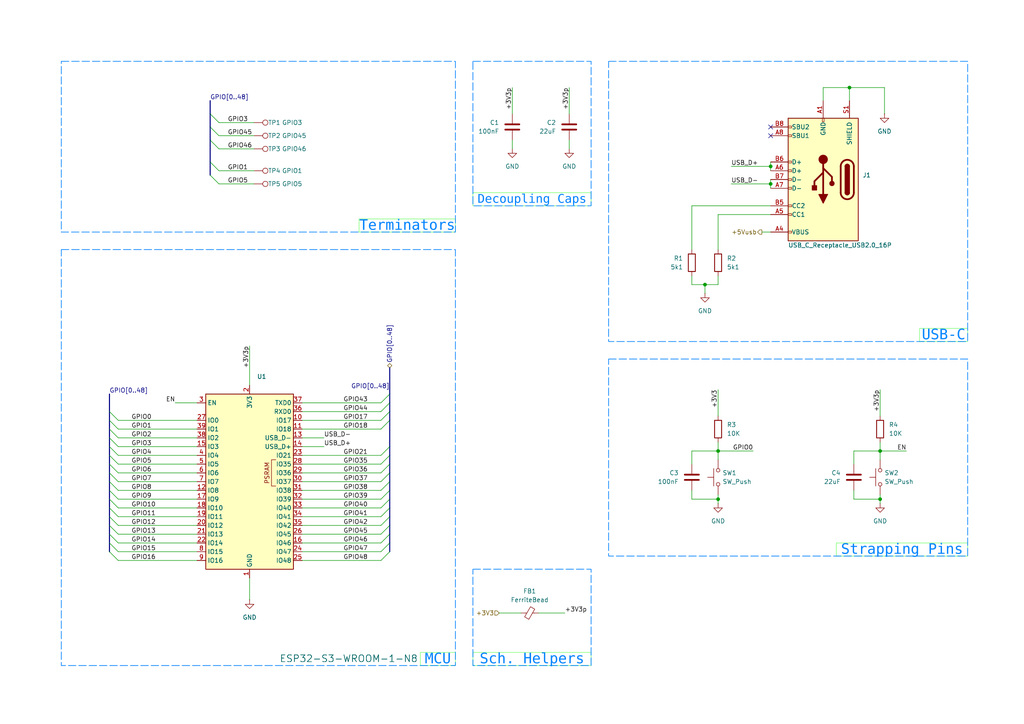
<source format=kicad_sch>
(kicad_sch (version 20250114) (generator "eeschema") (generator_version "9.0")
  (paper "A4")
  (title_block (title "Open-ESPilot"))
  (lib_symbols
    (symbol "Connector:TestPoint" (pin_numbers (hide yes)) (pin_names (offset 0.762) (hide yes))
      (property "Reference" "TP" (at 0 6.858 0))
      (property "Value" "TestPoint" (at 0 5.08 0))
      (symbol "TestPoint_0_1"
        (circle (center 0 3.302) (radius 0.762))
      )
      (symbol "TestPoint_1_1"
        (pin passive line (at 0 0 90) (length 2.54) (name "1") (number "1"))
      )
    )
    (symbol "Connector:USB_C_Receptacle_USB2.0_16P" (pin_names (offset 1.016))
      (property "Reference" "J" (at 0 22.225 0))
      (property "Value" "USB_C_Receptacle_USB2.0_16P" (at 0 19.685 0))
      (symbol "USB_C_Receptacle_USB2.0_16P_0_0"
        (rectangle (start -0.254 -17.78) (end 0.254 -16.764))
        (rectangle (start 10.16 15.494) (end 9.144 14.986))
        (rectangle (start 10.16 10.414) (end 9.144 9.906))
        (rectangle (start 10.16 7.874) (end 9.144 7.366))
        (rectangle (start 10.16 2.794) (end 9.144 2.286))
        (rectangle (start 10.16 0.254) (end 9.144 -0.254))
        (rectangle (start 10.16 -2.286) (end 9.144 -2.794))
        (rectangle (start 10.16 -4.826) (end 9.144 -5.334))
        (rectangle (start 10.16 -12.446) (end 9.144 -12.954))
        (rectangle (start 10.16 -14.986) (end 9.144 -15.494))
      )
      (symbol "USB_C_Receptacle_USB2.0_16P_0_1"
        (rectangle (start -10.16 17.78) (end 10.16 -17.78) (stroke (width 0.254)) (fill (type background)))
        (polyline (pts (xy -8.89 -3.81) (xy -8.89 3.81)) (stroke (width 0.508)))
        (rectangle (start -7.62 -3.81) (end -6.35 3.81) (stroke (width 0.254)) (fill (type outline)))
        (arc (start -7.62 3.81) (mid -6.985 4.4423) (end -6.35 3.81) (stroke (width 0.254)))
        (arc (start -7.62 3.81) (mid -6.985 4.4423) (end -6.35 3.81) (stroke (width 0.254)) (fill (type outline)))
        (arc (start -8.89 3.81) (mid -6.985 5.7067) (end -5.08 3.81) (stroke (width 0.508)))
        (arc (start -5.08 -3.81) (mid -6.985 -5.7067) (end -8.89 -3.81) (stroke (width 0.508)))
        (arc (start -6.35 -3.81) (mid -6.985 -4.4423) (end -7.62 -3.81) (stroke (width 0.254)))
        (arc (start -6.35 -3.81) (mid -6.985 -4.4423) (end -7.62 -3.81) (stroke (width 0.254)) (fill (type outline)))
        (polyline (pts (xy -5.08 3.81) (xy -5.08 -3.81)) (stroke (width 0.508)))
        (circle (center -2.54 1.143) (radius 0.635) (stroke (width 0.254)) (fill (type outline)))
        (polyline (pts (xy -1.27 4.318) (xy 0 6.858) (xy 1.27 4.318) (xy -1.27 4.318)) (stroke (width 0.254)) (fill (type outline)))
        (polyline (pts (xy 0 -2.032) (xy 2.54 0.508) (xy 2.54 1.778)) (stroke (width 0.508)))
        (polyline (pts (xy 0 -3.302) (xy -2.54 -0.762) (xy -2.54 0.508)) (stroke (width 0.508)))
        (polyline (pts (xy 0 -5.842) (xy 0 4.318)) (stroke (width 0.508)))
        (circle (center 0 -5.842) (radius 1.27) (fill (type outline)))
        (rectangle (start 1.905 1.778) (end 3.175 3.048) (stroke (width 0.254)) (fill (type outline)))
      )
      (symbol "USB_C_Receptacle_USB2.0_16P_1_1"
        (pin passive line (at -7.62 -22.86 90) (length 5.08) (name "SHIELD") (number "S1"))
        (pin passive line (at 0 -22.86 90) (length 5.08) (name "GND") (number "A1"))
        (pin passive line (at 0 -22.86 90) (length 5.08) (hide yes) (name "GND") (number "A12"))
        (pin passive line (at 0 -22.86 90) (length 5.08) (hide yes) (name "GND") (number "B1"))
        (pin passive line (at 0 -22.86 90) (length 5.08) (hide yes) (name "GND") (number "B12"))
        (pin passive line (at 15.24 15.24 180) (length 5.08) (name "VBUS") (number "A4"))
        (pin passive line (at 15.24 15.24 180) (length 5.08) (hide yes) (name "VBUS") (number "A9"))
        (pin passive line (at 15.24 15.24 180) (length 5.08) (hide yes) (name "VBUS") (number "B4"))
        (pin passive line (at 15.24 15.24 180) (length 5.08) (hide yes) (name "VBUS") (number "B9"))
        (pin bidirectional line (at 15.24 10.16 180) (length 5.08) (name "CC1") (number "A5"))
        (pin bidirectional line (at 15.24 7.62 180) (length 5.08) (name "CC2") (number "B5"))
        (pin bidirectional line (at 15.24 2.54 180) (length 5.08) (name "D-") (number "A7"))
        (pin bidirectional line (at 15.24 0 180) (length 5.08) (name "D-") (number "B7"))
        (pin bidirectional line (at 15.24 -2.54 180) (length 5.08) (name "D+") (number "A6"))
        (pin bidirectional line (at 15.24 -5.08 180) (length 5.08) (name "D+") (number "B6"))
        (pin bidirectional line (at 15.24 -12.7 180) (length 5.08) (name "SBU1") (number "A8"))
        (pin bidirectional line (at 15.24 -15.24 180) (length 5.08) (name "SBU2") (number "B8"))
      )
    )
    (symbol "Device:C" (pin_numbers (hide yes)) (pin_names (offset 0.254))
      (property "Reference" "C" (at 0.635 2.54 0))
      (property "Value" "C" (at 0.635 -2.54 0))
      (symbol "C_0_1"
        (polyline (pts (xy -2.032 0.762) (xy 2.032 0.762)) (stroke (width 0.508)))
        (polyline (pts (xy -2.032 -0.762) (xy 2.032 -0.762)) (stroke (width 0.508)))
      )
      (symbol "C_1_1"
        (pin passive line (at 0 3.81 270) (length 2.794) (name "~") (number "1"))
        (pin passive line (at 0 -3.81 90) (length 2.794) (name "~") (number "2"))
      )
    )
    (symbol "Device:FerriteBead_Small" (pin_numbers (hide yes)) (pin_names (offset 0))
      (property "Reference" "FB" (at 1.905 1.27 0))
      (property "Value" "FerriteBead_Small" (at 1.905 -1.27 0))
      (symbol "FerriteBead_Small_0_1"
        (polyline (pts (xy -1.8288 0.2794) (xy -1.1176 1.4986) (xy 1.8288 -0.2032) (xy 1.1176 -1.4224) (xy -1.8288 0.2794)))
        (polyline (pts (xy 0 0.889) (xy 0 1.2954)))
        (polyline (pts (xy 0 -1.27) (xy 0 -0.7874)))
      )
      (symbol "FerriteBead_Small_1_1"
        (pin passive line (at 0 2.54 270) (length 1.27) (name "~") (number "1"))
        (pin passive line (at 0 -2.54 90) (length 1.27) (name "~") (number "2"))
      )
    )
    (symbol "Device:R" (pin_numbers (hide yes)) (pin_names (offset 0))
      (property "Reference" "R" (at 2.032 0 90))
      (property "Value" "R" (at 0 0 90))
      (symbol "R_0_1"
        (rectangle (start -1.016 -2.54) (end 1.016 2.54) (stroke (width 0.254)))
      )
      (symbol "R_1_1"
        (pin passive line (at 0 3.81 270) (length 1.27) (name "~") (number "1"))
        (pin passive line (at 0 -3.81 90) (length 1.27) (name "~") (number "2"))
      )
    )
    (symbol "RF_Module:ESP32-S3-WROOM-1"
      (property "Reference" "U" (at -12.7 26.67 0))
      (property "Value" "ESP32-S3-WROOM-1" (at 12.7 26.67 0))
      (symbol "ESP32-S3-WROOM-1_0_0"
        (rectangle (start -12.7 25.4) (end 12.7 -25.4) (stroke (width 0.254)) (fill (type background)))
        (text "PSRAM" (at 5.08 2.54 900) (effects (font (size 1.27 1.27))))
      )
      (symbol "ESP32-S3-WROOM-1_0_1"
        (polyline (pts (xy 7.62 -1.27) (xy 6.35 -1.27) (xy 6.35 6.35) (xy 7.62 6.35)))
      )
      (symbol "ESP32-S3-WROOM-1_1_1"
        (pin input line (at -15.24 22.86 0) (length 2.54) (name "EN") (number "3"))
        (pin bidirectional line (at -15.24 17.78 0) (length 2.54) (name "IO0") (number "27"))
        (pin bidirectional line (at -15.24 15.24 0) (length 2.54) (name "IO1") (number "39"))
        (pin bidirectional line (at -15.24 12.7 0) (length 2.54) (name "IO2") (number "38"))
        (pin bidirectional line (at -15.24 10.16 0) (length 2.54) (name "IO3") (number "15"))
        (pin bidirectional line (at -15.24 7.62 0) (length 2.54) (name "IO4") (number "4"))
        (pin bidirectional line (at -15.24 5.08 0) (length 2.54) (name "IO5") (number "5"))
        (pin bidirectional line (at -15.24 2.54 0) (length 2.54) (name "IO6") (number "6"))
        (pin bidirectional line (at -15.24 0 0) (length 2.54) (name "IO7") (number "7"))
        (pin bidirectional line (at -15.24 -2.54 0) (length 2.54) (name "IO8") (number "12"))
        (pin bidirectional line (at -15.24 -5.08 0) (length 2.54) (name "IO9") (number "17"))
        (pin bidirectional line (at -15.24 -7.62 0) (length 2.54) (name "IO10") (number "18"))
        (pin bidirectional line (at -15.24 -10.16 0) (length 2.54) (name "IO11") (number "19"))
        (pin bidirectional line (at -15.24 -12.7 0) (length 2.54) (name "IO12") (number "20"))
        (pin bidirectional line (at -15.24 -15.24 0) (length 2.54) (name "IO13") (number "21"))
        (pin bidirectional line (at -15.24 -17.78 0) (length 2.54) (name "IO14") (number "22"))
        (pin bidirectional line (at -15.24 -20.32 0) (length 2.54) (name "IO15") (number "8"))
        (pin bidirectional line (at -15.24 -22.86 0) (length 2.54) (name "IO16") (number "9"))
        (pin power_in line (at 0 27.94 270) (length 2.54) (name "3V3") (number "2"))
        (pin power_in line (at 0 -27.94 90) (length 2.54) (name "GND") (number "1"))
        (pin passive line (at 0 -27.94 90) (length 2.54) (hide yes) (name "GND") (number "40"))
        (pin passive line (at 0 -27.94 90) (length 2.54) (hide yes) (name "GND") (number "41"))
        (pin bidirectional line (at 15.24 22.86 180) (length 2.54) (name "TXD0") (number "37"))
        (pin bidirectional line (at 15.24 20.32 180) (length 2.54) (name "RXD0") (number "36"))
        (pin bidirectional line (at 15.24 17.78 180) (length 2.54) (name "IO17") (number "10"))
        (pin bidirectional line (at 15.24 15.24 180) (length 2.54) (name "IO18") (number "11"))
        (pin bidirectional line (at 15.24 12.7 180) (length 2.54) (name "USB_D-") (number "13"))
        (pin bidirectional line (at 15.24 10.16 180) (length 2.54) (name "USB_D+") (number "14"))
        (pin bidirectional line (at 15.24 7.62 180) (length 2.54) (name "IO21") (number "23"))
        (pin bidirectional line (at 15.24 5.08 180) (length 2.54) (name "IO35") (number "28"))
        (pin bidirectional line (at 15.24 2.54 180) (length 2.54) (name "IO36") (number "29"))
        (pin bidirectional line (at 15.24 0 180) (length 2.54) (name "IO37") (number "30"))
        (pin bidirectional line (at 15.24 -2.54 180) (length 2.54) (name "IO38") (number "31"))
        (pin bidirectional line (at 15.24 -5.08 180) (length 2.54) (name "IO39") (number "32"))
        (pin bidirectional line (at 15.24 -7.62 180) (length 2.54) (name "IO40") (number "33"))
        (pin bidirectional line (at 15.24 -10.16 180) (length 2.54) (name "IO41") (number "34"))
        (pin bidirectional line (at 15.24 -12.7 180) (length 2.54) (name "IO42") (number "35"))
        (pin bidirectional line (at 15.24 -15.24 180) (length 2.54) (name "IO45") (number "26"))
        (pin bidirectional line (at 15.24 -17.78 180) (length 2.54) (name "IO46") (number "16"))
        (pin bidirectional line (at 15.24 -20.32 180) (length 2.54) (name "IO47") (number "24"))
        (pin bidirectional line (at 15.24 -22.86 180) (length 2.54) (name "IO48") (number "25"))
      )
    )
    (symbol "Switch:SW_Push" (pin_numbers (hide yes)) (pin_names (offset 1.016) (hide yes))
      (property "Reference" "SW" (at 1.27 2.54 0))
      (property "Value" "SW_Push" (at 0 -1.524 0))
      (symbol "SW_Push_0_1"
        (circle (center -2.032 0) (radius 0.508))
        (polyline (pts (xy 0 1.27) (xy 0 3.048)))
        (circle (center 2.032 0) (radius 0.508))
        (polyline (pts (xy 2.54 1.27) (xy -2.54 1.27)))
        (pin passive line (at -5.08 0 0) (length 2.54) (name "1") (number "1"))
        (pin passive line (at 5.08 0 180) (length 2.54) (name "2") (number "2"))
      )
    )
    (symbol "power:GND" (power) (pin_numbers (hide yes)) (pin_names (offset 0) (hide yes))
      (property "Value" "GND" (at 0 -3.81 0))
      (symbol "GND_0_1"
        (polyline (pts (xy 0 0) (xy 0 -1.27) (xy 1.27 -1.27) (xy 0 -2.54) (xy -1.27 -1.27) (xy 0 -1.27)))
      )
      (symbol "GND_1_1"
        (pin power_in line (at 0 0 270) (length 0) (name "~") (number "1"))
      )
    )
  )
  (rectangle (start 17.78 72.39) (end 132.08 193.04) (stroke (width 0.2) (type dash) (color 0 128 255 1)))
  (rectangle (start 17.78 17.78) (end 132.08 67.31) (stroke (width 0.2) (type dash) (color 0 128 255 1)))
  (rectangle (start 137.16 17.78) (end 171.45 59.69) (stroke (width 0.2) (type dash) (color 0 128 255 1)))
  (rectangle (start 176.53 17.78) (end 280.67 99.06) (stroke (width 0.2) (type dash) (color 0 128 255 1)))
  (rectangle (start 137.16 165.1) (end 171.45 193.04) (stroke (width 0.2) (type dash) (color 0 128 255 1)))
  (rectangle (start 176.53 104.14) (end 280.67 161.29) (stroke (width 0.2) (type dash) (color 0 128 255 1)))
  (text_box "USB-C" (at 266.7 95.25 0) (size 13.97 3.81) (margins 0.9525 0.9525 0.9525 0.9525) (stroke (width 0) (color 108 255 98 0.3)) (effects (font (size 3 3))))
  (text_box "Strapping Pins" (at 242.57 157.48 0) (size 38.1 3.81) (margins 0.9525 0.9525 0.9525 0.9525) (stroke (width 0) (color 108 255 98 0.3)) (effects (font (size 3 3))))
  (text_box "Terminators" (at 104.14 63.5 0) (size 27.94 3.81) (margins 0.9525 0.9525 0.9525 0.9525) (stroke (width 0) (color 108 255 98 0.3)) (effects (font (size 3 3))))
  (text_box "Sch. Helpers" (at 137.16 189.23 0) (size 34.29 3.81) (margins 0.9525 0.9525 0.9525 0.9525) (stroke (width 0) (color 108 255 98 0.3)) (effects (font (size 3 3))))
  (text_box "MCU" (at 121.92 189.23 0) (size 10.16 3.81) (margins 0.9525 0.9525 0.9525 0.9525) (stroke (width 0) (color 108 255 98 0.3)) (effects (font (size 3 3))))
  (text_box "Decoupling Caps" (at 137.16 55.88 0) (size 34.29 3.81) (margins 0.9525 0.9525 0.9525 0.9525) (stroke (width 0) (color 108 255 98 0.3)) (effects (font (size 2.5 2.5))))
  (junction (at 223.52 48.26))
  (junction (at 255.27 144.78))
  (junction (at 223.52 53.34))
  (junction (at 255.27 130.81))
  (junction (at 246.38 25.4))
  (junction (at 204.47 82.55))
  (junction (at 208.28 144.78))
  (junction (at 208.28 130.81))
  (no_connect (at 223.52 39.37))
  (no_connect (at 223.52 36.83))
  (bus_entry (at 60.96 46.99) (size 2.54 2.54))
  (bus_entry (at 113.03 157.48) (size -2.54 2.54))
  (bus_entry (at 31.75 154.94) (size 2.54 2.54))
  (bus_entry (at 113.03 142.24) (size -2.54 2.54))
  (bus_entry (at 31.75 157.48) (size 2.54 2.54))
  (bus_entry (at 31.75 152.4) (size 2.54 2.54))
  (bus_entry (at 113.03 119.38) (size -2.54 2.54))
  (bus_entry (at 31.75 134.62) (size 2.54 2.54))
  (bus_entry (at 113.03 149.86) (size -2.54 2.54))
  (bus_entry (at 31.75 119.38) (size 2.54 2.54))
  (bus_entry (at 113.03 129.54) (size -2.54 2.54))
  (bus_entry (at 31.75 144.78) (size 2.54 2.54))
  (bus_entry (at 113.03 152.4) (size -2.54 2.54))
  (bus_entry (at 60.96 40.64) (size 2.54 2.54))
  (bus_entry (at 113.03 121.92) (size -2.54 2.54))
  (bus_entry (at 60.96 33.02) (size 2.54 2.54))
  (bus_entry (at 113.03 132.08) (size -2.54 2.54))
  (bus_entry (at 31.75 129.54) (size 2.54 2.54))
  (bus_entry (at 31.75 139.7) (size 2.54 2.54))
  (bus_entry (at 113.03 147.32) (size -2.54 2.54))
  (bus_entry (at 60.96 36.83) (size 2.54 2.54))
  (bus_entry (at 113.03 137.16) (size -2.54 2.54))
  (bus_entry (at 113.03 116.84) (size -2.54 2.54))
  (bus_entry (at 113.03 139.7) (size -2.54 2.54))
  (bus_entry (at 31.75 121.92) (size 2.54 2.54))
  (bus_entry (at 113.03 114.3) (size -2.54 2.54))
  (bus_entry (at 31.75 147.32) (size 2.54 2.54))
  (bus_entry (at 31.75 127) (size 2.54 2.54))
  (bus_entry (at 113.03 144.78) (size -2.54 2.54))
  (bus_entry (at 113.03 154.94) (size -2.54 2.54))
  (bus_entry (at 31.75 124.46) (size 2.54 2.54))
  (bus_entry (at 113.03 134.62) (size -2.54 2.54))
  (bus_entry (at 31.75 142.24) (size 2.54 2.54))
  (bus_entry (at 31.75 149.86) (size 2.54 2.54))
  (bus_entry (at 31.75 137.16) (size 2.54 2.54))
  (bus_entry (at 60.96 50.8) (size 2.54 2.54))
  (bus_entry (at 31.75 132.08) (size 2.54 2.54))
  (bus_entry (at 31.75 160.02) (size 2.54 2.54))
  (bus_entry (at 113.03 160.02) (size -2.54 2.54))
  (wire (pts (xy 223.52 67.31) (xy 220.98 67.31)))
  (wire (pts (xy 255.27 146.05) (xy 255.27 144.78)))
  (wire (pts (xy 63.5 39.37) (xy 73.66 39.37)))
  (wire (pts (xy 110.49 147.32) (xy 87.63 147.32)))
  (bus (pts (xy 113.03 129.54) (xy 113.03 132.08)))
  (wire (pts (xy 110.49 154.94) (xy 87.63 154.94)))
  (wire (pts (xy 34.29 124.46) (xy 57.15 124.46)))
  (bus (pts (xy 113.03 114.3) (xy 113.03 116.84)))
  (bus (pts (xy 31.75 152.4) (xy 31.75 154.94)))
  (wire (pts (xy 34.29 162.56) (xy 57.15 162.56)))
  (wire (pts (xy 34.29 137.16) (xy 57.15 137.16)))
  (wire (pts (xy 34.29 134.62) (xy 57.15 134.62)))
  (bus (pts (xy 31.75 149.86) (xy 31.75 152.4)))
  (wire (pts (xy 148.59 43.18) (xy 148.59 40.64)))
  (wire (pts (xy 165.1 43.18) (xy 165.1 40.64)))
  (wire (pts (xy 110.49 116.84) (xy 87.63 116.84)))
  (wire (pts (xy 110.49 157.48) (xy 87.63 157.48)))
  (wire (pts (xy 204.47 82.55) (xy 204.47 85.09)))
  (wire (pts (xy 208.28 82.55) (xy 204.47 82.55)))
  (bus (pts (xy 113.03 152.4) (xy 113.03 154.94)))
  (bus (pts (xy 31.75 132.08) (xy 31.75 134.62)))
  (bus (pts (xy 113.03 154.94) (xy 113.03 157.48)))
  (wire (pts (xy 256.54 25.4) (xy 246.38 25.4)))
  (wire (pts (xy 200.66 144.78) (xy 208.28 144.78)))
  (bus (pts (xy 31.75 137.16) (xy 31.75 139.7)))
  (wire (pts (xy 72.39 100.33) (xy 72.39 111.76)))
  (wire (pts (xy 208.28 144.78) (xy 208.28 143.51)))
  (wire (pts (xy 34.29 121.92) (xy 57.15 121.92)))
  (bus (pts (xy 113.03 137.16) (xy 113.03 139.7)))
  (wire (pts (xy 247.65 130.81) (xy 255.27 130.81)))
  (bus (pts (xy 31.75 129.54) (xy 31.75 132.08)))
  (wire (pts (xy 110.49 132.08) (xy 87.63 132.08)))
  (wire (pts (xy 110.49 121.92) (xy 87.63 121.92)))
  (wire (pts (xy 223.52 46.99) (xy 223.52 48.26)))
  (wire (pts (xy 208.28 113.03) (xy 208.28 120.65)))
  (bus (pts (xy 113.03 139.7) (xy 113.03 142.24)))
  (wire (pts (xy 218.44 130.81) (xy 208.28 130.81)))
  (wire (pts (xy 63.5 43.18) (xy 73.66 43.18)))
  (bus (pts (xy 113.03 157.48) (xy 113.03 160.02)))
  (wire (pts (xy 34.29 154.94) (xy 57.15 154.94)))
  (wire (pts (xy 34.29 152.4) (xy 57.15 152.4)))
  (bus (pts (xy 60.96 33.02) (xy 60.96 36.83)))
  (wire (pts (xy 87.63 127) (xy 93.98 127)))
  (bus (pts (xy 113.03 106.68) (xy 113.03 114.3)))
  (wire (pts (xy 223.52 52.07) (xy 223.52 53.34)))
  (bus (pts (xy 31.75 127) (xy 31.75 129.54)))
  (bus (pts (xy 31.75 124.46) (xy 31.75 127)))
  (wire (pts (xy 34.29 127) (xy 57.15 127)))
  (wire (pts (xy 34.29 149.86) (xy 57.15 149.86)))
  (wire (pts (xy 223.52 48.26) (xy 223.52 49.53)))
  (bus (pts (xy 60.96 29.21) (xy 60.96 33.02)))
  (bus (pts (xy 113.03 144.78) (xy 113.03 147.32)))
  (wire (pts (xy 208.28 130.81) (xy 208.28 133.35)))
  (bus (pts (xy 31.75 154.94) (xy 31.75 157.48)))
  (wire (pts (xy 63.5 49.53) (xy 73.66 49.53)))
  (wire (pts (xy 34.29 147.32) (xy 57.15 147.32)))
  (wire (pts (xy 200.66 130.81) (xy 208.28 130.81)))
  (wire (pts (xy 223.52 53.34) (xy 223.52 54.61)))
  (wire (pts (xy 208.28 128.27) (xy 208.28 130.81)))
  (wire (pts (xy 34.29 142.24) (xy 57.15 142.24)))
  (wire (pts (xy 144.78 177.8) (xy 151.13 177.8)))
  (wire (pts (xy 156.21 177.8) (xy 163.83 177.8)))
  (wire (pts (xy 208.28 62.23) (xy 223.52 62.23)))
  (wire (pts (xy 246.38 25.4) (xy 238.76 25.4)))
  (bus (pts (xy 31.75 121.92) (xy 31.75 124.46)))
  (wire (pts (xy 34.29 139.7) (xy 57.15 139.7)))
  (wire (pts (xy 262.89 130.81) (xy 255.27 130.81)))
  (wire (pts (xy 255.27 144.78) (xy 255.27 143.51)))
  (wire (pts (xy 212.09 53.34) (xy 223.52 53.34)))
  (wire (pts (xy 200.66 59.69) (xy 200.66 72.39)))
  (bus (pts (xy 113.03 132.08) (xy 113.03 134.62)))
  (wire (pts (xy 34.29 129.54) (xy 57.15 129.54)))
  (wire (pts (xy 212.09 48.26) (xy 223.52 48.26)))
  (wire (pts (xy 110.49 149.86) (xy 87.63 149.86)))
  (bus (pts (xy 31.75 157.48) (xy 31.75 160.02)))
  (bus (pts (xy 113.03 134.62) (xy 113.03 137.16)))
  (wire (pts (xy 110.49 139.7) (xy 87.63 139.7)))
  (bus (pts (xy 113.03 149.86) (xy 113.03 152.4)))
  (wire (pts (xy 110.49 119.38) (xy 87.63 119.38)))
  (bus (pts (xy 60.96 36.83) (xy 60.96 40.64)))
  (bus (pts (xy 31.75 142.24) (xy 31.75 144.78)))
  (bus (pts (xy 31.75 144.78) (xy 31.75 147.32)))
  (wire (pts (xy 200.66 82.55) (xy 204.47 82.55)))
  (wire (pts (xy 87.63 129.54) (xy 93.98 129.54)))
  (bus (pts (xy 113.03 147.32) (xy 113.03 149.86)))
  (wire (pts (xy 208.28 146.05) (xy 208.28 144.78)))
  (wire (pts (xy 255.27 130.81) (xy 255.27 133.35)))
  (wire (pts (xy 208.28 72.39) (xy 208.28 62.23)))
  (wire (pts (xy 110.49 152.4) (xy 87.63 152.4)))
  (wire (pts (xy 34.29 160.02) (xy 57.15 160.02)))
  (wire (pts (xy 247.65 144.78) (xy 255.27 144.78)))
  (wire (pts (xy 72.39 167.64) (xy 72.39 173.99)))
  (bus (pts (xy 113.03 119.38) (xy 113.03 121.92)))
  (bus (pts (xy 31.75 119.38) (xy 31.75 121.92)))
  (wire (pts (xy 246.38 29.21) (xy 246.38 25.4)))
  (wire (pts (xy 110.49 142.24) (xy 87.63 142.24)))
  (wire (pts (xy 247.65 142.24) (xy 247.65 144.78)))
  (wire (pts (xy 255.27 128.27) (xy 255.27 130.81)))
  (wire (pts (xy 200.66 80.01) (xy 200.66 82.55)))
  (wire (pts (xy 110.49 124.46) (xy 87.63 124.46)))
  (bus (pts (xy 60.96 40.64) (xy 60.96 46.99)))
  (bus (pts (xy 31.75 147.32) (xy 31.75 149.86)))
  (wire (pts (xy 63.5 35.56) (xy 73.66 35.56)))
  (wire (pts (xy 255.27 113.03) (xy 255.27 120.65)))
  (wire (pts (xy 110.49 134.62) (xy 87.63 134.62)))
  (bus (pts (xy 113.03 121.92) (xy 113.03 129.54)))
  (wire (pts (xy 110.49 160.02) (xy 87.63 160.02)))
  (wire (pts (xy 200.66 142.24) (xy 200.66 144.78)))
  (bus (pts (xy 113.03 142.24) (xy 113.03 144.78)))
  (bus (pts (xy 113.03 116.84) (xy 113.03 119.38)))
  (wire (pts (xy 34.29 157.48) (xy 57.15 157.48)))
  (bus (pts (xy 31.75 114.3) (xy 31.75 119.38)))
  (wire (pts (xy 200.66 134.62) (xy 200.66 130.81)))
  (wire (pts (xy 247.65 134.62) (xy 247.65 130.81)))
  (wire (pts (xy 148.59 25.4) (xy 148.59 33.02)))
  (wire (pts (xy 208.28 80.01) (xy 208.28 82.55)))
  (bus (pts (xy 31.75 139.7) (xy 31.75 142.24)))
  (wire (pts (xy 57.15 116.84) (xy 50.8 116.84)))
  (bus (pts (xy 60.96 46.99) (xy 60.96 50.8)))
  (wire (pts (xy 110.49 162.56) (xy 87.63 162.56)))
  (wire (pts (xy 34.29 144.78) (xy 57.15 144.78)))
  (wire (pts (xy 223.52 59.69) (xy 200.66 59.69)))
  (wire (pts (xy 238.76 25.4) (xy 238.76 29.21)))
  (wire (pts (xy 256.54 33.02) (xy 256.54 25.4)))
  (wire (pts (xy 110.49 137.16) (xy 87.63 137.16)))
  (bus (pts (xy 31.75 134.62) (xy 31.75 137.16)))
  (wire (pts (xy 165.1 25.4) (xy 165.1 33.02)))
  (wire (pts (xy 63.5 53.34) (xy 73.66 53.34)))
  (wire (pts (xy 110.49 144.78) (xy 87.63 144.78)))
  (wire (pts (xy 34.29 132.08) (xy 57.15 132.08)))
  (label "GPIO14" (at 38.1 157.48 0))
  (label "GPIO7" (at 38.1 139.7 0))
  (label "+3V3p" (at 255.27 113.03 270))
  (label "GPIO43" (at 106.68 116.84 180))
  (label "GPIO0" (at 218.44 130.81 180))
  (label "+3V3p" (at 72.39 100.33 270))
  (label "GPIO44" (at 106.68 119.38 180))
  (label "GPIO46" (at 106.68 157.48 180))
  (label "GPIO15" (at 38.1 160.02 0))
  (label "GPIO[0..48]" (at 60.96 29.21 0))
  (label "+3V3p" (at 165.1 25.4 270))
  (label "GPIO21" (at 106.68 132.08 180))
  (label "USB_D-" (at 93.98 127 0))
  (label "GPIO1" (at 66.04 49.53 0))
  (label "GPIO11" (at 38.1 149.86 0))
  (label "GPIO17" (at 106.68 121.92 180))
  (label "GPIO12" (at 38.1 152.4 0))
  (label "GPIO45" (at 106.68 154.94 180))
  (label "EN" (at 50.8 116.84 180))
  (label "GPIO42" (at 106.68 152.4 180))
  (label "+3V3p" (at 163.83 177.8 0))
  (label "GPIO2" (at 38.1 127 0))
  (label "GPIO13" (at 38.1 154.94 0))
  (label "GPIO16" (at 38.1 162.56 0))
  (label "GPIO48" (at 106.68 162.56 180))
  (label "GPIO9" (at 38.1 144.78 0))
  (label "GPIO10" (at 38.1 147.32 0))
  (label "GPIO45" (at 66.04 39.37 0))
  (label "GPIO39" (at 106.68 144.78 180))
  (label "USB_D-" (at 212.09 53.34 0))
  (label "EN" (at 262.89 130.81 180))
  (label "GPIO46" (at 66.04 43.18 0))
  (label "GPIO3" (at 38.1 129.54 0))
  (label "GPIO4" (at 38.1 132.08 0))
  (label "GPIO40" (at 106.68 147.32 180))
  (label "GPIO6" (at 38.1 137.16 0))
  (label "GPIO[0..48]" (at 31.75 114.3 0))
  (label "+3V3p" (at 148.59 25.4 270))
  (label "GPIO18" (at 106.68 124.46 180))
  (label "GPIO47" (at 106.68 160.02 180))
  (label "GPIO41" (at 106.68 149.86 180))
  (label "GPIO8" (at 38.1 142.24 0))
  (label "GPIO5" (at 66.04 53.34 0))
  (label "GPIO0" (at 38.1 121.92 0))
  (label "GPIO36" (at 106.68 137.16 180))
  (label "GPIO5" (at 38.1 134.62 0))
  (label "GPIO37" (at 106.68 139.7 180))
  (label "GPIO1" (at 38.1 124.46 0))
  (label "USB_D+" (at 212.09 48.26 0))
  (label "+3V3" (at 208.28 113.03 270))
  (label "GPIO38" (at 106.68 142.24 180))
  (label "GPIO[0..48]" (at 113.03 113.03 180))
  (label "GPIO3" (at 66.04 35.56 0))
  (label "USB_D+" (at 93.98 129.54 0))
  (label "GPIO35" (at 106.68 134.62 180))
  (hierarchical_label "GPIO[0..48]" (shape bidirectional) (at 113.03 106.68 90))
  (hierarchical_label "+3V3" (shape input) (at 144.78 177.8 180))
  (hierarchical_label "+5Vusb" (shape output) (at 220.98 67.31 180))
  (symbol (lib_id "power:GND") (at 256.54 33.02 0) (unit 1)
    (property "Reference" "#PWR012" (effects (hide yes)))
    (property "Value" "GND" (at 256.54 38.1 0))
    (property "Description" "Power symbol creates a global label with name \"GND\" , ground" (effects (hide yes)))
  )
  (symbol (lib_id "Device:R") (at 200.66 76.2 0) (mirror y) (unit 1)
    (property "Reference" "R1" (at 198.12 74.9299 0) (effects (justify left)))
    (property "Value" "5k1" (at 198.12 77.4699 0) (effects (justify left)))
    (property "Footprint" "Resistor_SMD:R_0805_2012Metric_Pad1.20x1.40mm_HandSolder" (effects (hide yes)))
    (property "Description" "Resistor" (effects (hide yes)))
    (property "LCSC" "C84375" (effects (hide yes)))
  )
  (symbol (lib_id "Device:C") (at 247.65 138.43 0) (unit 1)
    (property "Reference" "C4" (at 243.84 137.1599 0) (effects (justify right)))
    (property "Value" "22uF" (at 243.84 139.6999 0) (effects (justify right)))
    (property "Footprint" "Capacitor_SMD:C_0805_2012Metric_Pad1.18x1.45mm_HandSolder" (effects (hide yes)))
    (property "Description" "Unpolarized capacitor" (effects (hide yes)))
    (property "LCSC" "C5674" (effects (hide yes)))
  )
  (symbol (lib_id "Connector:TestPoint") (at 73.66 53.34 270) (unit 1)
    (property "Reference" "TP5" (at 77.724 53.34 90) (effects (justify left)))
    (property "Value" "GPIO5" (at 81.788 53.34 90) (effects (justify left)))
    (property "Footprint" "TestPoint:TestPoint_Pad_D2.0mm" (effects (hide yes)))
    (property "Description" "test point" (effects (hide yes)))
    (property "LCSC" "-" (effects (hide yes)))
  )
  (symbol (lib_id "Connector:TestPoint") (at 73.66 39.37 270) (unit 1)
    (property "Reference" "TP2" (at 77.724 39.37 90) (effects (justify left)))
    (property "Value" "GPIO45" (at 81.788 39.37 90) (effects (justify left)))
    (property "Footprint" "TestPoint:TestPoint_Pad_D2.0mm" (effects (hide yes)))
    (property "Description" "test point" (effects (hide yes)))
    (property "LCSC" "-" (effects (hide yes)))
  )
  (symbol (lib_id "power:GND") (at 204.47 85.09 0) (unit 1)
    (property "Reference" "#PWR09" (effects (hide yes)))
    (property "Value" "GND" (at 204.47 90.17 0))
    (property "Description" "Power symbol creates a global label with name \"GND\" , ground" (effects (hide yes)))
  )
  (symbol (lib_id "Connector:TestPoint") (at 73.66 35.56 270) (unit 1)
    (property "Reference" "TP1" (at 77.724 35.56 90) (effects (justify left)))
    (property "Value" "GPIO3" (at 81.788 35.56 90) (effects (justify left)))
    (property "Footprint" "TestPoint:TestPoint_Pad_D2.0mm" (effects (hide yes)))
    (property "Description" "test point" (effects (hide yes)))
    (property "LCSC" "-" (effects (hide yes)))
  )
  (symbol (lib_id "Device:C") (at 148.59 36.83 0) (unit 1)
    (property "Reference" "C1" (at 144.78 35.5599 0) (effects (justify right)))
    (property "Value" "100nF" (at 144.78 38.0999 0) (effects (justify right)))
    (property "Footprint" "Capacitor_SMD:C_0805_2012Metric_Pad1.18x1.45mm_HandSolder" (effects (hide yes)))
    (property "Description" "Unpolarized capacitor" (effects (hide yes)))
    (property "Function" "Decoupling" (effects (hide yes)))
    (property "LCSC" "C49678" (effects (hide yes)))
  )
  (symbol (lib_id "Device:C") (at 165.1 36.83 0) (unit 1)
    (property "Reference" "C2" (at 161.29 35.5599 0) (effects (justify right)))
    (property "Value" "22uF" (at 161.29 38.0999 0) (effects (justify right)))
    (property "Footprint" "Capacitor_SMD:C_0805_2012Metric_Pad1.18x1.45mm_HandSolder" (effects (hide yes)))
    (property "Description" "Unpolarized capacitor" (effects (hide yes)))
    (property "Function" "Decoupling" (effects (hide yes)))
    (property "LCSC" "C5674" (effects (hide yes)))
  )
  (symbol (lib_id "Device:R") (at 208.28 76.2 0) (unit 1)
    (property "Reference" "R2" (at 210.82 74.9299 0) (effects (justify left)))
    (property "Value" "5k1" (at 210.82 77.4699 0) (effects (justify left)))
    (property "Footprint" "Resistor_SMD:R_0805_2012Metric_Pad1.20x1.40mm_HandSolder" (effects (hide yes)))
    (property "Description" "Resistor" (effects (hide yes)))
    (property "LCSC" "C84375" (effects (hide yes)))
  )
  (symbol (lib_id "power:GND") (at 148.59 43.18 0) (unit 1)
    (property "Reference" "#PWR07" (effects (hide yes)))
    (property "Value" "GND" (at 148.59 48.26 0))
    (property "Description" "Power symbol creates a global label with name \"GND\" , ground" (effects (hide yes)))
  )
  (symbol (lib_id "Switch:SW_Push") (at 208.28 138.43 90) (unit 1)
    (property "Reference" "SW1" (at 209.55 137.1599 90) (effects (justify right)))
    (property "Value" "SW_Push" (at 209.55 139.6999 90) (effects (justify right)))
    (property "Footprint" "Button_Switch_SMD:SW_Push_SPST_NO_Alps_SKRK" (effects (hide yes)))
    (property "Description" "Push button switch, generic, two pins" (effects (hide yes)))
    (property "LCSC" "C115357" (effects (hide yes)))
  )
  (symbol (lib_id "Device:R") (at 255.27 124.46 0) (unit 1)
    (property "Reference" "R4" (at 257.81 123.1899 0) (effects (justify left)))
    (property "Value" "10K" (at 257.81 125.7299 0) (effects (justify left)))
    (property "Footprint" "Resistor_SMD:R_0805_2012Metric_Pad1.20x1.40mm_HandSolder" (effects (hide yes)))
    (property "Description" "Resistor" (effects (hide yes)))
    (property "LCSC" "C84376" (effects (hide yes)))
  )
  (symbol (lib_id "power:GND") (at 255.27 146.05 0) (unit 1)
    (property "Reference" "#PWR011" (effects (hide yes)))
    (property "Value" "GND" (at 255.27 151.13 0))
    (property "Description" "Power symbol creates a global label with name \"GND\" , ground" (effects (hide yes)))
  )
  (symbol (lib_id "Device:C") (at 200.66 138.43 0) (unit 1)
    (property "Reference" "C3" (at 196.85 137.1599 0) (effects (justify right)))
    (property "Value" "100nF" (at 196.85 139.6999 0) (effects (justify right)))
    (property "Footprint" "Capacitor_SMD:C_0805_2012Metric_Pad1.18x1.45mm_HandSolder" (effects (hide yes)))
    (property "Description" "Unpolarized capacitor" (effects (hide yes)))
    (property "LCSC" "C49678" (effects (hide yes)))
  )
  (symbol (lib_id "Connector:TestPoint") (at 73.66 43.18 270) (unit 1)
    (property "Reference" "TP3" (at 77.724 43.18 90) (effects (justify left)))
    (property "Value" "GPIO46" (at 81.788 43.18 90) (effects (justify left)))
    (property "Footprint" "TestPoint:TestPoint_Pad_D2.0mm" (effects (hide yes)))
    (property "Description" "test point" (effects (hide yes)))
    (property "LCSC" "-" (effects (hide yes)))
  )
  (symbol (lib_id "power:GND") (at 208.28 146.05 0) (unit 1)
    (property "Reference" "#PWR010" (effects (hide yes)))
    (property "Value" "GND" (at 208.28 151.13 0))
    (property "Description" "Power symbol creates a global label with name \"GND\" , ground" (effects (hide yes)))
  )
  (symbol (lib_id "RF_Module:ESP32-S3-WROOM-1") (at 72.39 139.7 0) (unit 1)
    (property "Reference" "U1" (at 74.5333 109.22 0) (effects (justify left)))
    (property "Value" "ESP32-S3-WROOM-1-N8" (at 81.026 191.008 0) (effects (font (size 2 2)) (justify left)))
    (property "Footprint" "RF_Module:ESP32-S3-WROOM-1" (effects (hide yes)))
    (property "Datasheet" "https://www.espressif.com/sites/default/files/documentation/esp32-s3-wroom-1_wroom-1u_datasheet_en.pdf" (effects (hide yes)))
    (property "Description" "RF Module, ESP32-S3 SoC, Wi-Fi 802.11b/g/n, Bluetooth, BLE, 32-bit, 3.3V, onboard antenna, SMD" (effects (hide yes)))
    (property "LCSC" "C2913198" (effects (hide yes)))
  )
  (symbol (lib_id "Connector:TestPoint") (at 73.66 49.53 270) (unit 1)
    (property "Reference" "TP4" (at 77.724 49.53 90) (effects (justify left)))
    (property "Value" "GPIO1" (at 81.788 49.53 90) (effects (justify left)))
    (property "Footprint" "TestPoint:TestPoint_THTPad_D2.0mm_Drill1.0mm" (effects (hide yes)))
    (property "Description" "test point" (effects (hide yes)))
    (property "LCSC" "-" (effects (hide yes)))
  )
  (symbol (lib_id "power:GND") (at 165.1 43.18 0) (unit 1)
    (property "Reference" "#PWR08" (effects (hide yes)))
    (property "Value" "GND" (at 165.1 48.26 0))
    (property "Description" "Power symbol creates a global label with name \"GND\" , ground" (effects (hide yes)))
  )
  (symbol (lib_id "Device:R") (at 208.28 124.46 0) (unit 1)
    (property "Reference" "R3" (at 210.82 123.1899 0) (effects (justify left)))
    (property "Value" "10K" (at 210.82 125.7299 0) (effects (justify left)))
    (property "Footprint" "Resistor_SMD:R_0805_2012Metric_Pad1.20x1.40mm_HandSolder" (effects (hide yes)))
    (property "Description" "Resistor" (effects (hide yes)))
    (property "LCSC" "C84376" (effects (hide yes)))
  )
  (symbol (lib_id "Device:FerriteBead_Small") (at 153.67 177.8 90) (unit 1)
    (property "Reference" "FB1" (at 153.6319 171.45 90))
    (property "Value" "FerriteBead" (at 153.6319 173.99 90))
    (property "Footprint" "Inductor_SMD:L_0805_2012Metric_Pad1.05x1.20mm_HandSolder" (effects (hide yes)))
    (property "Description" "Ferrite bead, small symbol" (effects (hide yes)))
    (property "LCSC" "C15957" (effects (hide yes)))
  )
  (symbol (lib_id "power:GND") (at 72.39 173.99 0) (unit 1)
    (property "Reference" "#PWR06" (effects (hide yes)))
    (property "Value" "GND" (at 72.39 179.07 0))
    (property "Description" "Power symbol creates a global label with name \"GND\" , ground" (effects (hide yes)))
  )
  (symbol (lib_id "Switch:SW_Push") (at 255.27 138.43 90) (unit 1)
    (property "Reference" "SW2" (at 256.54 137.1599 90) (effects (justify right)))
    (property "Value" "SW_Push" (at 256.54 139.6999 90) (effects (justify right)))
    (property "Footprint" "Button_Switch_SMD:SW_Push_SPST_NO_Alps_SKRK" (effects (hide yes)))
    (property "Description" "Push button switch, generic, two pins" (effects (hide yes)))
    (property "LCSC" "C115357" (effects (hide yes)))
  )
  (symbol (lib_id "Connector:USB_C_Receptacle_USB2.0_16P") (at 238.76 52.07 180) (unit 1)
    (property "Reference" "J1" (at 250.19 50.7999 0) (effects (justify right)))
    (property "Value" "USB_C_Receptacle_USB2.0_16P" (at 228.6 71.12 0) (effects (justify right)))
    (property "Footprint" "USB-C:USB_C_Receptacle_HRO_TYPE-C-31-M-12" (effects (hide yes)))
    (property "Datasheet" "https://www.usb.org/sites/default/files/documents/usb_type-c.zip" (effects (hide yes)))
    (property "Description" "USB 2.0-only 16P Type-C Receptacle connector" (effects (hide yes)))
    (property "LCSC" "C165948" (effects (hide yes)))
  )
)
</source>
